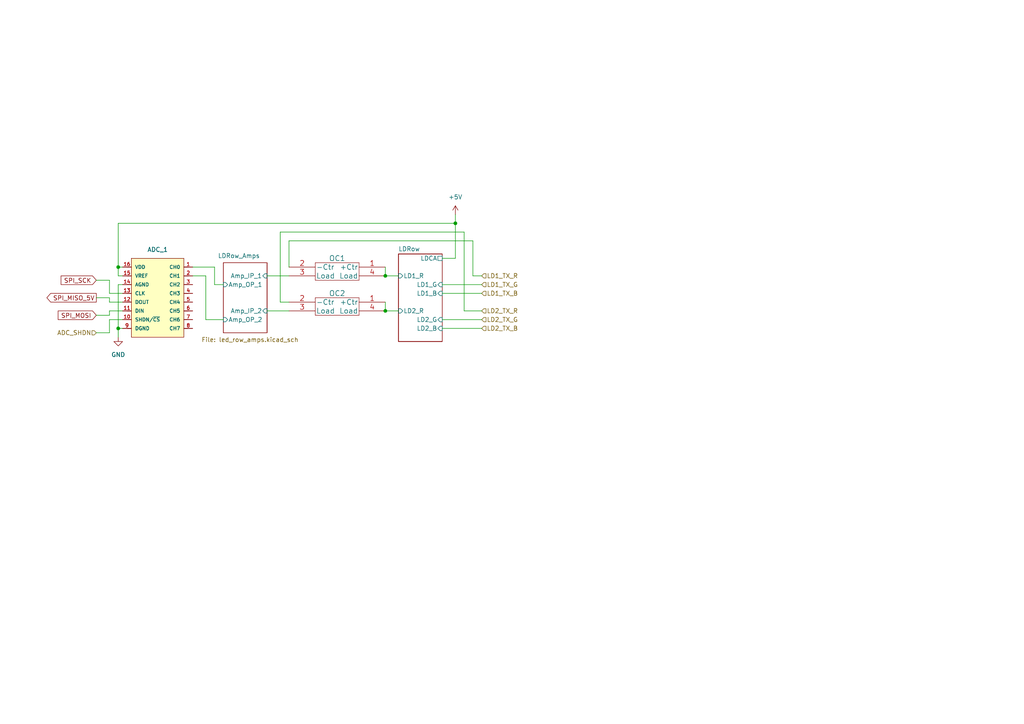
<source format=kicad_sch>
(kicad_sch (version 20211123) (generator eeschema)
  (paper "A4")
  (lib_symbols
    (symbol "ADC:MCU-MCP3008-I{brace}slash}P(DIP16-7.62MM)" (pin_names (offset 1.016))
      (property "Reference" "LED_Row_ADC_1" (at -0.381 15.24 0))
      (symbol "MCU-MCP3008-I{brace}slash}P(DIP16-7.62MM)_0_0"
        (rectangle (start -7.62 11.43) (end 7.62 -11.43) (stroke (width 0.1524)) (fill (type background)))
        (polyline (pts (xy -8.89 -8.89) (xy -7.62 -8.89)) (stroke (width 0.1524)))
        (polyline (pts (xy -8.89 -6.35) (xy -7.62 -6.35)) (stroke (width 0.1524)))
        (polyline (pts (xy -8.89 -3.81) (xy -7.62 -3.81)) (stroke (width 0.1524)))
        (polyline (pts (xy -8.89 -1.27) (xy -7.62 -1.27)) (stroke (width 0.1524)))
        (polyline (pts (xy -8.89 1.27) (xy -7.62 1.27)) (stroke (width 0.1524)))
        (polyline (pts (xy -8.89 3.81) (xy -7.62 3.81)) (stroke (width 0.1524)))
        (polyline (pts (xy -8.89 6.35) (xy -7.62 6.35)) (stroke (width 0.1524)))
        (polyline (pts (xy -8.89 8.89) (xy -7.62 8.89)) (stroke (width 0.1524)))
        (polyline (pts (xy 7.62 -8.89) (xy 8.89 -8.89)) (stroke (width 0.1524)))
        (polyline (pts (xy 7.62 -6.35) (xy 8.89 -6.35)) (stroke (width 0.1524)))
        (polyline (pts (xy 7.62 -3.81) (xy 8.89 -3.81)) (stroke (width 0.1524)))
        (polyline (pts (xy 7.62 -1.27) (xy 8.89 -1.27)) (stroke (width 0.1524)))
        (polyline (pts (xy 7.62 1.27) (xy 8.89 1.27)) (stroke (width 0.1524)))
        (polyline (pts (xy 7.62 3.81) (xy 8.89 3.81)) (stroke (width 0.1524)))
        (polyline (pts (xy 7.62 6.35) (xy 8.89 6.35)) (stroke (width 0.1524)))
        (polyline (pts (xy 7.62 8.89) (xy 8.89 8.89)) (stroke (width 0.1524)))
        (pin input line (at -10.16 8.89 0) (length 2.54) (name "CH0") (number "1"))
        (pin input line (at 10.16 -6.35 180) (length 2.54) (name "SHDN/~{CS}") (number "10"))
        (pin input line (at 10.16 -3.81 180) (length 2.54) (name "DIN") (number "11"))
        (pin output line (at 10.16 -1.27 180) (length 2.54) (name "DOUT") (number "12"))
        (pin input line (at 10.16 1.27 180) (length 2.54) (name "CLK") (number "13"))
        (pin power_in line (at 10.16 3.81 180) (length 2.54) (name "AGND") (number "14"))
        (pin input line (at 10.16 6.35 180) (length 2.54) (name "VREF") (number "15"))
        (pin power_in line (at 10.16 8.89 180) (length 2.54) (name "VDD") (number "16"))
        (pin input line (at -10.16 6.35 0) (length 2.54) (name "CH1") (number "2"))
        (pin input line (at -10.16 3.81 0) (length 2.54) (name "CH2") (number "3"))
        (pin input line (at -10.16 1.27 0) (length 2.54) (name "CH3") (number "4"))
        (pin input line (at -10.16 -1.27 0) (length 2.54) (name "CH4") (number "5"))
        (pin input line (at -10.16 -3.81 0) (length 2.54) (name "CH5") (number "6"))
        (pin input line (at -10.16 -6.35 0) (length 2.54) (name "CH6") (number "7"))
        (pin input line (at -10.16 -8.89 0) (length 2.54) (name "CH7") (number "8"))
        (pin input line (at 10.16 -8.89 180) (length 2.54) (name "DGND") (number "9"))
      )
    )
    (symbol "CPC1125N_1" (pin_names (offset 0.254))
      (property "Reference" "OC_1" (at 13.97 5.08 0))
      (symbol "CPC1125N_1_1_1"
        (polyline (pts (xy 7.62 -3.81) (xy 20.32 -3.81)) (stroke (width 0.127)))
        (polyline (pts (xy 7.62 1.27) (xy 7.62 -3.81)) (stroke (width 0.127)))
        (polyline (pts (xy 20.32 -3.81) (xy 20.32 1.27)) (stroke (width 0.127)))
        (polyline (pts (xy 20.32 1.27) (xy 7.62 1.27)) (stroke (width 0.127)))
        (pin unspecified line (at 0 0 0) (length 7.62) (name "+Ctr") (number "1"))
        (pin unspecified line (at 27.94 0 180) (length 7.62) (name "-Ctr") (number "2"))
        (pin unspecified line (at 27.94 -2.54 180) (length 7.62) (name "Load") (number "3"))
        (pin unspecified line (at 0 -2.54 0) (length 7.62) (name "Load") (number "4"))
      )
    )
    (symbol "power:+5V" (power) (pin_names (offset 0))
      (property "Value" "+5V" (at 0 3.556 0))
      (symbol "+5V_0_1"
        (polyline (pts (xy -0.762 1.27) (xy 0 2.54)))
        (polyline (pts (xy 0 0) (xy 0 2.54)))
        (polyline (pts (xy 0 2.54) (xy 0.762 1.27)))
      )
      (symbol "+5V_1_1"
        (pin power_in line (at 0 0 90) (length 0) hide (name "+5V") (number "1"))
      )
    )
    (symbol "power:GND" (power) (pin_names (offset 0))
      (property "Value" "GND" (at 0 -3.81 0))
      (symbol "GND_0_1"
        (polyline (pts (xy 0 0) (xy 0 -1.27) (xy 1.27 -1.27) (xy 0 -2.54) (xy -1.27 -1.27) (xy 0 -1.27)))
      )
      (symbol "GND_1_1"
        (pin power_in line (at 0 0 270) (length 0) hide (name "GND") (number "1"))
      )
    )
  )
  (junction (at 111.76 90.17))
  (junction (at 34.29 95.25))
  (junction (at 111.76 80.01))
  (junction (at 34.29 77.47))
  (junction (at 132.08 64.77))
  (wire (pts (xy 132.08 62.23) (xy 132.08 64.77)))
  (wire (pts (xy 111.76 77.47) (xy 111.76 80.01)))
  (wire (pts (xy 31.75 96.52) (xy 31.75 92.71)))
  (wire (pts (xy 34.29 77.47) (xy 34.29 80.01)))
  (wire (pts (xy 83.82 69.85) (xy 137.16 69.85)))
  (wire (pts (xy 77.47 90.17) (xy 83.82 90.17)))
  (wire (pts (xy 34.29 80.01) (xy 35.56 80.01)))
  (wire (pts (xy 81.28 67.31) (xy 81.28 87.63)))
  (wire (pts (xy 83.82 69.85) (xy 83.82 77.47)))
  (wire (pts (xy 62.23 82.55) (xy 62.23 77.47)))
  (wire (pts (xy 128.27 92.71) (xy 139.7 92.71)))
  (wire (pts (xy 81.28 67.31) (xy 134.62 67.31)))
  (wire (pts (xy 77.47 80.01) (xy 83.82 80.01)))
  (wire (pts (xy 27.94 86.36) (xy 31.75 86.36)))
  (wire (pts (xy 59.69 92.71) (xy 59.69 80.01)))
  (wire (pts (xy 64.77 82.55) (xy 62.23 82.55)))
  (wire (pts (xy 132.08 64.77) (xy 132.08 74.93)))
  (wire (pts (xy 134.62 67.31) (xy 134.62 90.17)))
  (wire (pts (xy 59.69 80.01) (xy 55.88 80.01)))
  (wire (pts (xy 62.23 77.47) (xy 55.88 77.47)))
  (wire (pts (xy 31.75 91.44) (xy 31.75 90.17)))
  (wire (pts (xy 31.75 92.71) (xy 35.56 92.71)))
  (wire (pts (xy 34.29 95.25) (xy 35.56 95.25)))
  (wire (pts (xy 128.27 82.55) (xy 139.7 82.55)))
  (wire (pts (xy 27.94 81.28) (xy 31.75 81.28)))
  (wire (pts (xy 34.29 64.77) (xy 34.29 77.47)))
  (wire (pts (xy 111.76 80.01) (xy 115.57 80.01)))
  (wire (pts (xy 81.28 87.63) (xy 83.82 87.63)))
  (wire (pts (xy 27.94 96.52) (xy 31.75 96.52)))
  (wire (pts (xy 35.56 77.47) (xy 34.29 77.47)))
  (wire (pts (xy 128.27 85.09) (xy 139.7 85.09)))
  (wire (pts (xy 34.29 95.25) (xy 34.29 97.79)))
  (wire (pts (xy 31.75 87.63) (xy 35.56 87.63)))
  (wire (pts (xy 128.27 74.93) (xy 132.08 74.93)))
  (wire (pts (xy 64.77 92.71) (xy 59.69 92.71)))
  (wire (pts (xy 31.75 81.28) (xy 31.75 85.09)))
  (wire (pts (xy 111.76 90.17) (xy 115.57 90.17)))
  (wire (pts (xy 35.56 82.55) (xy 34.29 82.55)))
  (wire (pts (xy 132.08 64.77) (xy 34.29 64.77)))
  (wire (pts (xy 139.7 80.01) (xy 137.16 80.01)))
  (wire (pts (xy 34.29 82.55) (xy 34.29 95.25)))
  (wire (pts (xy 31.75 85.09) (xy 35.56 85.09)))
  (wire (pts (xy 31.75 86.36) (xy 31.75 87.63)))
  (wire (pts (xy 111.76 87.63) (xy 111.76 90.17)))
  (wire (pts (xy 27.94 91.44) (xy 31.75 91.44)))
  (wire (pts (xy 31.75 90.17) (xy 35.56 90.17)))
  (wire (pts (xy 134.62 90.17) (xy 139.7 90.17)))
  (wire (pts (xy 128.27 95.25) (xy 139.7 95.25)))
  (wire (pts (xy 137.16 69.85) (xy 137.16 80.01)))
  (global_label "SPI_MOSI" (shape input) (at 27.94 91.44 180) (property "Intersheet References" "${INTERSHEET_REFS}" (effects hide)))
  (global_label "SPI_MISO_5V" (shape output) (at 27.94 86.36 180) (property "Intersheet References" "${INTERSHEET_REFS}" (effects hide)))
  (global_label "SPI_SCK" (shape input) (at 27.94 81.28 180) (property "Intersheet References" "${INTERSHEET_REFS}" (effects hide)))
  (hierarchical_label "ADC_SHDN" (shape input) (at 27.94 96.52 180))
  (hierarchical_label "LD2_TX_G" (shape input) (at 139.7 92.71 0))
  (hierarchical_label "LD2_TX_R" (shape input) (at 139.7 90.17 0))
  (hierarchical_label "LD1_TX_R" (shape input) (at 139.7 80.01 0))
  (hierarchical_label "LD1_TX_G" (shape input) (at 139.7 82.55 0))
  (hierarchical_label "LD2_TX_B" (shape input) (at 139.7 95.25 0))
  (hierarchical_label "LD1_TX_B" (shape input) (at 139.7 85.09 0))
  (symbol (lib_id "ADC:MCU-MCP3008-I{brace}slash}P(DIP16-7.62MM)") (at 45.72 86.36 0) (mirror y) (unit 1)
    (property "Reference" "ADC_1" (at 45.72 72.39 0))
    (property "Value" "MCU-MCP3008-I/P(DIP16-7.62MM)" (effects hide))
    (property "Footprint" "ADC:MCP3008-I&slash_P" (effects hide))
    (property "MPN" "MCP3008-I/P" (effects hide))
    (property "VALUE" "MCP3008-I/P-DIP16" (effects hide))
  )
  (symbol (lib_name "CPC1125N_1") (lib_id "Opto-coupler:CPC1125N") (at 111.76 87.63 0) (mirror y) (unit 1)
    (property "Reference" "OC2" (at 97.79 85.09 0) (effects (font (size 1.524 1.524))))
    (property "Value" "CPC1125N" (effects hide))
    (property "Footprint" "Opto-coupler:footprints" (effects hide))
  )
  (symbol (lib_id "power:+5V") (at 132.08 62.23 0) (unit 1)
    (property "Reference" "#PWR04" (effects hide))
    (property "Value" "+5V" (at 132.08 57.15 0))
  )
  (symbol (lib_id "power:GND") (at 34.29 97.79 0) (unit 1)
    (property "Reference" "#PWR03" (effects hide))
    (property "Value" "GND" (at 34.29 102.87 0))
  )
  (symbol (lib_name "CPC1125N_1") (lib_id "Opto-coupler:CPC1125N") (at 111.76 77.47 0) (mirror y) (unit 1)
    (property "Reference" "OC1" (at 97.79 74.93 0) (effects (font (size 1.524 1.524))))
    (property "Value" "CPC1125N" (effects hide))
    (property "Footprint" "Opto-coupler:footprints" (effects hide))
  )
  (sheet (at 115.57 73.66) (size 12.7 25.4) (stroke (width 0.1524))
    (property "Sheet name" "LDRow" (at 115.57 72.9484 0) (effects (justify left bottom)))
    (property "Sheet file" "led_row.kicad_sch" (effects hide))
    (pin "LDCA" passive (at 128.27 74.93 0))
    (pin "LD1_G" input (at 128.27 82.55 0))
    (pin "LD1_R" input (at 115.57 80.01 180))
    (pin "LD1_B" input (at 128.27 85.09 0))
    (pin "LD2_B" input (at 128.27 95.25 0))
    (pin "LD2_R" input (at 115.57 90.17 180))
    (pin "LD2_G" input (at 128.27 92.71 0))
  )
  (sheet (at 64.77 76.2) (size 12.7 20.32) (stroke (width 0.1524))
    (property "Sheet name" " LDRow_Amps" (at 62.23 74.93 0) (effects (justify left bottom)))
    (property "Sheet file" "led_row_amps.kicad_sch" (at 58.42 97.79 0) (effects (justify left top)))
    (pin "Amp_OP_1" input (at 64.77 82.55 180))
    (pin "Amp_OP_2" input (at 64.77 92.71 180))
    (pin "Amp_IP_2" input (at 77.47 90.17 0))
    (pin "Amp_IP_1" input (at 77.47 80.01 0))
  )
)
</source>
